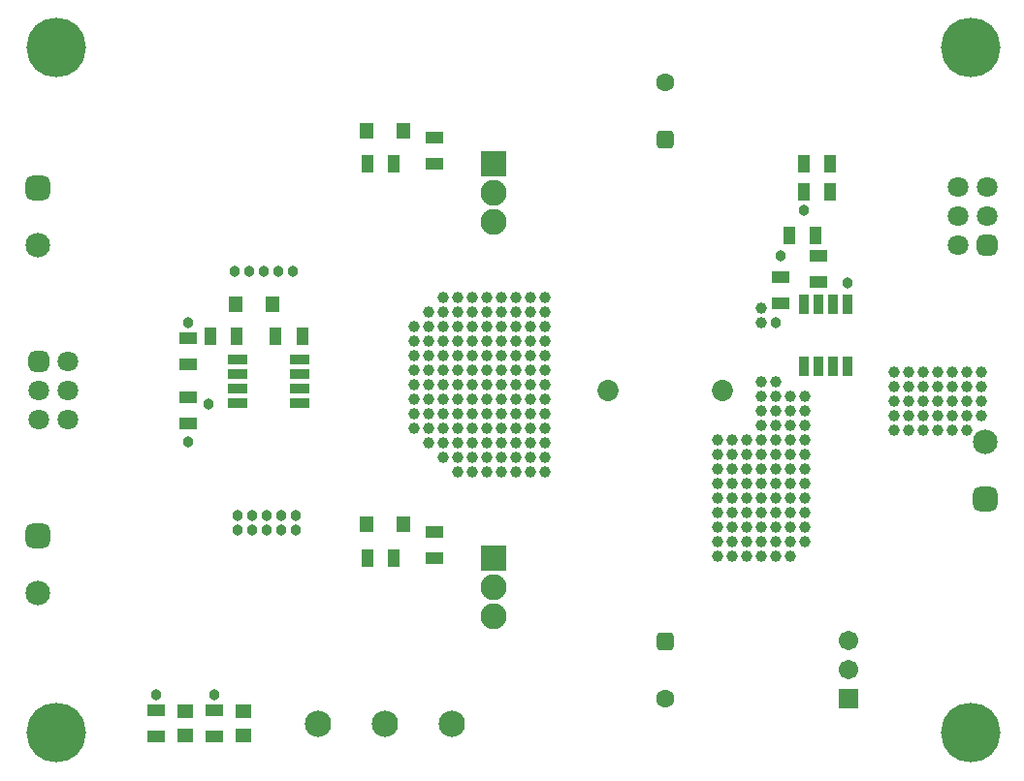
<source format=gts>
G04*
G04 #@! TF.GenerationSoftware,Altium Limited,Altium Designer,21.1.1 (26)*
G04*
G04 Layer_Color=8388736*
%FSLAX25Y25*%
%MOIN*%
G70*
G04*
G04 #@! TF.SameCoordinates,71F490B5-E471-4577-894E-B108FF22964F*
G04*
G04*
G04 #@! TF.FilePolarity,Negative*
G04*
G01*
G75*
%ADD23R,0.03359X0.06804*%
%ADD24R,0.05918X0.04343*%
%ADD25R,0.04343X0.05918*%
%ADD26R,0.05524X0.05131*%
%ADD27R,0.05091X0.05170*%
%ADD28R,0.06804X0.03359*%
G04:AMPARAMS|DCode=29|XSize=84.77mil|YSize=84.77mil|CornerRadius=23.19mil|HoleSize=0mil|Usage=FLASHONLY|Rotation=270.000|XOffset=0mil|YOffset=0mil|HoleType=Round|Shape=RoundedRectangle|*
%AMROUNDEDRECTD29*
21,1,0.08477,0.03839,0,0,270.0*
21,1,0.03839,0.08477,0,0,270.0*
1,1,0.04639,-0.01919,-0.01919*
1,1,0.04639,-0.01919,0.01919*
1,1,0.04639,0.01919,0.01919*
1,1,0.04639,0.01919,-0.01919*
%
%ADD29ROUNDEDRECTD29*%
%ADD30C,0.08477*%
%ADD31C,0.09068*%
%ADD32R,0.06706X0.06706*%
%ADD33C,0.06706*%
G04:AMPARAMS|DCode=34|XSize=63.12mil|YSize=63.12mil|CornerRadius=17.78mil|HoleSize=0mil|Usage=FLASHONLY|Rotation=270.000|XOffset=0mil|YOffset=0mil|HoleType=Round|Shape=RoundedRectangle|*
%AMROUNDEDRECTD34*
21,1,0.06312,0.02756,0,0,270.0*
21,1,0.02756,0.06312,0,0,270.0*
1,1,0.03556,-0.01378,-0.01378*
1,1,0.03556,-0.01378,0.01378*
1,1,0.03556,0.01378,0.01378*
1,1,0.03556,0.01378,-0.01378*
%
%ADD34ROUNDEDRECTD34*%
%ADD35C,0.06312*%
%ADD36C,0.07296*%
G04:AMPARAMS|DCode=37|XSize=70.99mil|YSize=70.99mil|CornerRadius=19.75mil|HoleSize=0mil|Usage=FLASHONLY|Rotation=270.000|XOffset=0mil|YOffset=0mil|HoleType=Round|Shape=RoundedRectangle|*
%AMROUNDEDRECTD37*
21,1,0.07099,0.03150,0,0,270.0*
21,1,0.03150,0.07099,0,0,270.0*
1,1,0.03950,-0.01575,-0.01575*
1,1,0.03950,-0.01575,0.01575*
1,1,0.03950,0.01575,0.01575*
1,1,0.03950,0.01575,-0.01575*
%
%ADD37ROUNDEDRECTD37*%
%ADD38C,0.07099*%
%ADD39C,0.20485*%
%ADD40R,0.08950X0.08950*%
%ADD41C,0.08950*%
%ADD42C,0.03950*%
%ADD43C,0.03800*%
%ADD44C,0.03162*%
D23*
X416500Y310323D02*
D03*
X421500D02*
D03*
X426500D02*
D03*
X431500D02*
D03*
Y331677D02*
D03*
X426500D02*
D03*
X421500D02*
D03*
X416500D02*
D03*
D24*
X408500Y331972D02*
D03*
Y341028D02*
D03*
X421500Y348500D02*
D03*
Y339500D02*
D03*
X214000Y192000D02*
D03*
Y183000D02*
D03*
X289500Y253500D02*
D03*
Y244500D02*
D03*
X205000Y320200D02*
D03*
Y311200D02*
D03*
Y290700D02*
D03*
Y299700D02*
D03*
X289500Y389000D02*
D03*
Y380000D02*
D03*
X194000Y192000D02*
D03*
Y183000D02*
D03*
D25*
X420528Y355500D02*
D03*
X411472D02*
D03*
X275500Y244500D02*
D03*
X266500D02*
D03*
X275500Y380000D02*
D03*
X266500D02*
D03*
X244028Y320700D02*
D03*
X234972D02*
D03*
X221528D02*
D03*
X212472D02*
D03*
X416500Y370500D02*
D03*
X425500D02*
D03*
Y380000D02*
D03*
X416500D02*
D03*
D26*
X224000Y183366D02*
D03*
Y191634D02*
D03*
X204000Y183366D02*
D03*
Y191634D02*
D03*
D27*
X221299Y331700D02*
D03*
X233701D02*
D03*
X266299Y391500D02*
D03*
X278701D02*
D03*
X266299Y256000D02*
D03*
X278701D02*
D03*
D28*
X243177Y312700D02*
D03*
Y307700D02*
D03*
Y302700D02*
D03*
Y297700D02*
D03*
X221823D02*
D03*
Y302700D02*
D03*
Y307700D02*
D03*
Y312700D02*
D03*
D29*
X153228Y371843D02*
D03*
X478772Y264657D02*
D03*
X153228Y252242D02*
D03*
D30*
Y352157D02*
D03*
X478772Y284343D02*
D03*
X153228Y232558D02*
D03*
D31*
X295500Y187500D02*
D03*
X272500D02*
D03*
X249500D02*
D03*
D32*
X431693Y196000D02*
D03*
D33*
Y206000D02*
D03*
Y216000D02*
D03*
D34*
X369000Y388500D02*
D03*
X369000Y215843D02*
D03*
D35*
X369000Y408185D02*
D03*
X369000Y196158D02*
D03*
D36*
X388685Y302200D02*
D03*
X349315D02*
D03*
D37*
X153500Y312200D02*
D03*
X479500Y352000D02*
D03*
D38*
X163500Y312200D02*
D03*
X153500Y302200D02*
D03*
X163500D02*
D03*
X153500Y292200D02*
D03*
X163500D02*
D03*
X469500Y372000D02*
D03*
X479500D02*
D03*
X469500Y362000D02*
D03*
X479500D02*
D03*
X469500Y352000D02*
D03*
D39*
X473701Y420000D02*
D03*
Y184409D02*
D03*
X159374Y184409D02*
D03*
Y420000D02*
D03*
D40*
X310000Y380000D02*
D03*
Y244500D02*
D03*
D41*
Y370000D02*
D03*
Y360000D02*
D03*
Y234500D02*
D03*
Y224500D02*
D03*
D42*
X297500Y334000D02*
D03*
X302500D02*
D03*
X322500D02*
D03*
X327500D02*
D03*
X317500D02*
D03*
X312500D02*
D03*
X307500D02*
D03*
X292500D02*
D03*
X402000Y330500D02*
D03*
Y325500D02*
D03*
X387000Y285000D02*
D03*
Y280000D02*
D03*
X392000Y285000D02*
D03*
Y280000D02*
D03*
X397000D02*
D03*
Y285000D02*
D03*
X387000Y260000D02*
D03*
Y265000D02*
D03*
X397000Y260000D02*
D03*
X392000D02*
D03*
Y265000D02*
D03*
X397000D02*
D03*
Y275000D02*
D03*
X392000D02*
D03*
Y270000D02*
D03*
X397000D02*
D03*
X387000Y275000D02*
D03*
Y270000D02*
D03*
Y255000D02*
D03*
X397000D02*
D03*
X392000D02*
D03*
X397000Y250000D02*
D03*
X392000D02*
D03*
Y245000D02*
D03*
X397000D02*
D03*
X387000Y250000D02*
D03*
Y245000D02*
D03*
X402000Y305000D02*
D03*
X407000D02*
D03*
X402000Y245000D02*
D03*
Y250000D02*
D03*
X412000Y245000D02*
D03*
X407000D02*
D03*
Y250000D02*
D03*
X412000D02*
D03*
X417000D02*
D03*
X407000Y255000D02*
D03*
X412000D02*
D03*
X417000D02*
D03*
X402000D02*
D03*
Y270000D02*
D03*
Y275000D02*
D03*
X417000Y270000D02*
D03*
X412000D02*
D03*
X407000D02*
D03*
Y275000D02*
D03*
X412000D02*
D03*
X417000D02*
D03*
Y265000D02*
D03*
X412000D02*
D03*
X407000D02*
D03*
Y260000D02*
D03*
X412000D02*
D03*
X417000D02*
D03*
X402000Y265000D02*
D03*
Y260000D02*
D03*
X412000Y300000D02*
D03*
X417000D02*
D03*
X412000Y285000D02*
D03*
Y280000D02*
D03*
Y290000D02*
D03*
Y295000D02*
D03*
X417000D02*
D03*
Y290000D02*
D03*
Y285000D02*
D03*
Y280000D02*
D03*
X407000D02*
D03*
Y285000D02*
D03*
Y290000D02*
D03*
Y295000D02*
D03*
X402000D02*
D03*
Y290000D02*
D03*
Y280000D02*
D03*
Y285000D02*
D03*
X407000Y300000D02*
D03*
X402000D02*
D03*
X287500Y284000D02*
D03*
X327500Y274000D02*
D03*
X307500Y279000D02*
D03*
Y274000D02*
D03*
Y284000D02*
D03*
X322500D02*
D03*
X327500D02*
D03*
X317500D02*
D03*
X312500D02*
D03*
X322500Y279000D02*
D03*
X327500D02*
D03*
X317500D02*
D03*
X312500D02*
D03*
X322500Y274000D02*
D03*
X317500D02*
D03*
X312500D02*
D03*
X302500D02*
D03*
Y279000D02*
D03*
Y284000D02*
D03*
X297500D02*
D03*
Y274000D02*
D03*
Y279000D02*
D03*
X292500Y284000D02*
D03*
Y279000D02*
D03*
X287500Y329000D02*
D03*
X282500Y314000D02*
D03*
Y309000D02*
D03*
Y319000D02*
D03*
Y324000D02*
D03*
X287500D02*
D03*
Y319000D02*
D03*
Y314000D02*
D03*
Y309000D02*
D03*
X292500Y324000D02*
D03*
Y319000D02*
D03*
Y309000D02*
D03*
Y314000D02*
D03*
Y329000D02*
D03*
Y294000D02*
D03*
Y289000D02*
D03*
Y299000D02*
D03*
Y304000D02*
D03*
X287500Y289000D02*
D03*
Y294000D02*
D03*
Y299000D02*
D03*
Y304000D02*
D03*
X282500D02*
D03*
Y299000D02*
D03*
Y289000D02*
D03*
Y294000D02*
D03*
X297500D02*
D03*
Y289000D02*
D03*
Y299000D02*
D03*
Y304000D02*
D03*
X302500D02*
D03*
Y299000D02*
D03*
Y294000D02*
D03*
Y289000D02*
D03*
X312500D02*
D03*
X317500D02*
D03*
X322500D02*
D03*
X312500Y294000D02*
D03*
X317500D02*
D03*
X327500D02*
D03*
X322500D02*
D03*
X312500Y299000D02*
D03*
X317500D02*
D03*
X327500D02*
D03*
X322500D02*
D03*
X312500Y304000D02*
D03*
X317500D02*
D03*
X327500D02*
D03*
X322500D02*
D03*
X307500D02*
D03*
Y299000D02*
D03*
Y289000D02*
D03*
Y294000D02*
D03*
X327500Y289000D02*
D03*
Y309000D02*
D03*
X307500Y329000D02*
D03*
X312500D02*
D03*
X317500D02*
D03*
X327500D02*
D03*
X322500D02*
D03*
X307500Y314000D02*
D03*
Y309000D02*
D03*
Y319000D02*
D03*
Y324000D02*
D03*
X322500D02*
D03*
X327500D02*
D03*
X317500D02*
D03*
X312500D02*
D03*
X322500Y319000D02*
D03*
X327500D02*
D03*
X317500D02*
D03*
X312500D02*
D03*
X322500Y314000D02*
D03*
X327500D02*
D03*
X317500D02*
D03*
X312500D02*
D03*
X322500Y309000D02*
D03*
X317500D02*
D03*
X312500D02*
D03*
X302500D02*
D03*
Y314000D02*
D03*
Y319000D02*
D03*
Y324000D02*
D03*
X297500D02*
D03*
Y319000D02*
D03*
Y309000D02*
D03*
Y314000D02*
D03*
X302500Y329000D02*
D03*
X297500D02*
D03*
X447500Y308500D02*
D03*
X452500D02*
D03*
X447500Y293500D02*
D03*
Y288500D02*
D03*
Y298500D02*
D03*
Y303500D02*
D03*
X452500D02*
D03*
Y298500D02*
D03*
Y293500D02*
D03*
Y288500D02*
D03*
X462500D02*
D03*
X467500D02*
D03*
X472500D02*
D03*
X462500Y293500D02*
D03*
X467500D02*
D03*
X477500D02*
D03*
X472500D02*
D03*
X462500Y298500D02*
D03*
X467500D02*
D03*
X477500D02*
D03*
X472500D02*
D03*
X462500Y303500D02*
D03*
X467500D02*
D03*
X477500D02*
D03*
X472500D02*
D03*
X457500D02*
D03*
Y298500D02*
D03*
Y288500D02*
D03*
Y293500D02*
D03*
X472500Y308500D02*
D03*
X477500D02*
D03*
X467500D02*
D03*
X462500D02*
D03*
X457500D02*
D03*
D43*
X212000Y297500D02*
D03*
X194000Y197500D02*
D03*
X214000D02*
D03*
X407000Y325500D02*
D03*
X408500Y348500D02*
D03*
X221000Y343000D02*
D03*
X226000D02*
D03*
X231000D02*
D03*
X236000D02*
D03*
X241000D02*
D03*
X242000Y259000D02*
D03*
Y254000D02*
D03*
X227000D02*
D03*
X232000D02*
D03*
X237000D02*
D03*
X222000D02*
D03*
X237000Y259000D02*
D03*
X232000D02*
D03*
X227000D02*
D03*
X222000D02*
D03*
X431500Y339000D02*
D03*
X205000Y284500D02*
D03*
Y325500D02*
D03*
X416500Y364000D02*
D03*
D44*
X479201Y425500D02*
D03*
Y414500D02*
D03*
X468201D02*
D03*
Y425500D02*
D03*
X465701Y420000D02*
D03*
X481701D02*
D03*
X473701Y412000D02*
D03*
Y428000D02*
D03*
X479201Y189909D02*
D03*
Y178909D02*
D03*
X468201D02*
D03*
Y189909D02*
D03*
X465701Y184409D02*
D03*
X481701D02*
D03*
X473701Y176409D02*
D03*
Y192409D02*
D03*
X164874Y189909D02*
D03*
Y178909D02*
D03*
X153874D02*
D03*
Y189909D02*
D03*
X151374Y184409D02*
D03*
X167374D02*
D03*
X159374Y176409D02*
D03*
Y192409D02*
D03*
X164874Y425500D02*
D03*
Y414500D02*
D03*
X153874D02*
D03*
Y425500D02*
D03*
X151374Y420000D02*
D03*
X167374D02*
D03*
X159374Y412000D02*
D03*
Y428000D02*
D03*
M02*

</source>
